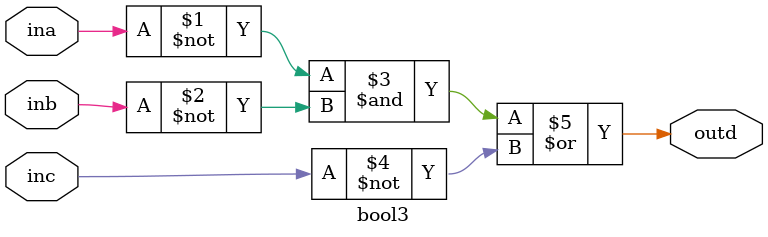
<source format=v>
`timescale 1ns / 1ps


module bool3(
    input ina, inb, inc,
    output outd
);

assign outd = (~(ina) & ~(inb)) | ~(inc);

endmodule
</source>
